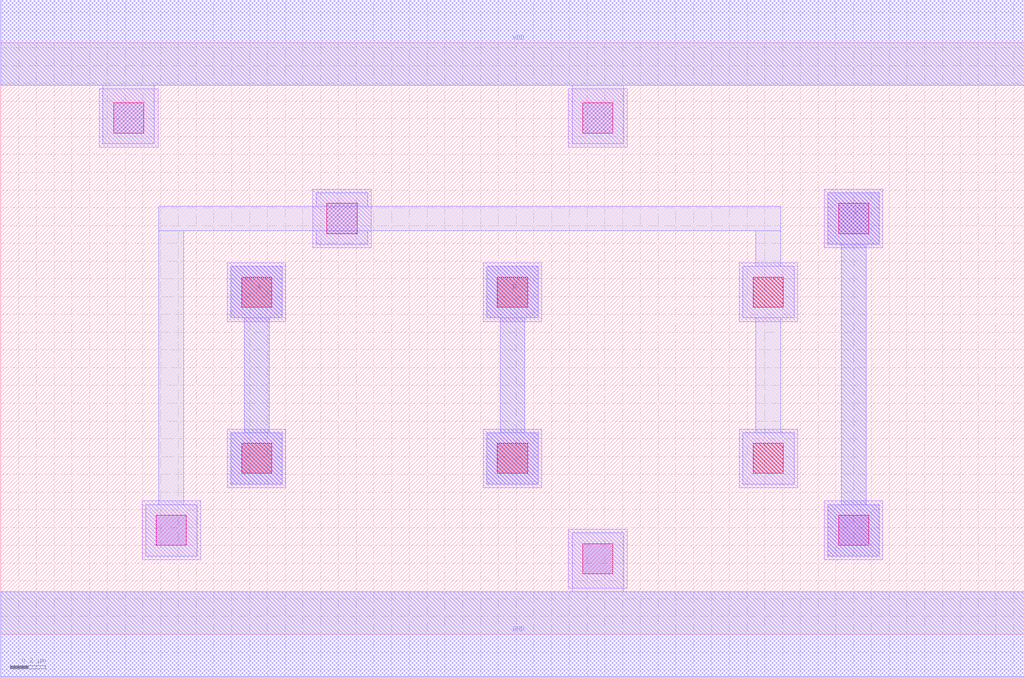
<source format=lef>
MACRO AND2X2
 CLASS CORE ;
 FOREIGN AND2X2 0 0 ;
 SIZE 5.76 BY 3.33 ;
 ORIGIN 0 0 ;
 SYMMETRY X Y R90 ;
 SITE unit ;
  PIN VDD
   DIRECTION INOUT ;
   USE POWER ;
   SHAPE ABUTMENT ;
    PORT
     CLASS CORE ;
       LAYER met1 ;
        RECT 0.00000000 3.09000000 5.76000000 3.57000000 ;
    END
  END VDD

  PIN GND
   DIRECTION INOUT ;
   USE POWER ;
   SHAPE ABUTMENT ;
    PORT
     CLASS CORE ;
       LAYER met1 ;
        RECT 0.00000000 -0.24000000 5.76000000 0.24000000 ;
    END
  END GND

  PIN Y
   DIRECTION INOUT ;
   USE SIGNAL ;
   SHAPE ABUTMENT ;
    PORT
     CLASS CORE ;
       LAYER met1 ;
        RECT 4.65500000 0.44000000 4.94500000 0.73000000 ;
        RECT 4.73000000 0.73000000 4.87000000 2.19500000 ;
        RECT 4.65500000 2.19500000 4.94500000 2.48500000 ;
    END
  END Y

  PIN A
   DIRECTION INOUT ;
   USE SIGNAL ;
   SHAPE ABUTMENT ;
    PORT
     CLASS CORE ;
       LAYER met1 ;
        RECT 1.29500000 0.84500000 1.58500000 1.13500000 ;
        RECT 1.37000000 1.13500000 1.51000000 1.78000000 ;
        RECT 1.29500000 1.78000000 1.58500000 2.07000000 ;
    END
  END A

  PIN B
   DIRECTION INOUT ;
   USE SIGNAL ;
   SHAPE ABUTMENT ;
    PORT
     CLASS CORE ;
       LAYER met1 ;
        RECT 2.73500000 0.84500000 3.02500000 1.13500000 ;
        RECT 2.81000000 1.13500000 2.95000000 1.78000000 ;
        RECT 2.73500000 1.78000000 3.02500000 2.07000000 ;
    END
  END B

 OBS
    LAYER polycont ;
     RECT 1.35500000 0.90500000 1.52500000 1.07500000 ;
     RECT 2.79500000 0.90500000 2.96500000 1.07500000 ;
     RECT 4.23500000 0.90500000 4.40500000 1.07500000 ;
     RECT 1.35500000 1.84000000 1.52500000 2.01000000 ;
     RECT 2.79500000 1.84000000 2.96500000 2.01000000 ;
     RECT 4.23500000 1.84000000 4.40500000 2.01000000 ;

    LAYER pdiffc ;
     RECT 1.83500000 2.25500000 2.00500000 2.42500000 ;
     RECT 4.71500000 2.25500000 4.88500000 2.42500000 ;
     RECT 0.63500000 2.82000000 0.80500000 2.99000000 ;
     RECT 3.27500000 2.82000000 3.44500000 2.99000000 ;

    LAYER ndiffc ;
     RECT 3.27500000 0.34000000 3.44500000 0.51000000 ;
     RECT 0.87500000 0.50000000 1.04500000 0.67000000 ;
     RECT 4.71500000 0.50000000 4.88500000 0.67000000 ;

    LAYER li1 ;
     RECT 3.19500000 0.26000000 3.52500000 0.59000000 ;
     RECT 0.79500000 0.42000000 1.12500000 0.75000000 ;
     RECT 4.63500000 0.42000000 4.96500000 0.75000000 ;
     RECT 1.27500000 0.82500000 1.60500000 1.15500000 ;
     RECT 2.71500000 0.82500000 3.04500000 1.15500000 ;
     RECT 4.15500000 0.82500000 4.48500000 1.15500000 ;
     RECT 1.27500000 1.76000000 1.60500000 2.09000000 ;
     RECT 2.71500000 1.76000000 3.04500000 2.09000000 ;
     RECT 4.15500000 1.76000000 4.48500000 2.09000000 ;
     RECT 1.75500000 2.17500000 2.08500000 2.50500000 ;
     RECT 4.63500000 2.17500000 4.96500000 2.50500000 ;
     RECT 0.55500000 2.74000000 0.88500000 3.07000000 ;
     RECT 3.19500000 2.74000000 3.52500000 3.07000000 ;

    LAYER viali ;
     RECT 3.27500000 0.34000000 3.44500000 0.51000000 ;
     RECT 0.87500000 0.50000000 1.04500000 0.67000000 ;
     RECT 4.71500000 0.50000000 4.88500000 0.67000000 ;
     RECT 1.35500000 0.90500000 1.52500000 1.07500000 ;
     RECT 2.79500000 0.90500000 2.96500000 1.07500000 ;
     RECT 4.23500000 0.90500000 4.40500000 1.07500000 ;
     RECT 1.35500000 1.84000000 1.52500000 2.01000000 ;
     RECT 2.79500000 1.84000000 2.96500000 2.01000000 ;
     RECT 4.23500000 1.84000000 4.40500000 2.01000000 ;
     RECT 1.83500000 2.25500000 2.00500000 2.42500000 ;
     RECT 4.71500000 2.25500000 4.88500000 2.42500000 ;
     RECT 0.63500000 2.82000000 0.80500000 2.99000000 ;
     RECT 3.27500000 2.82000000 3.44500000 2.99000000 ;

    LAYER met1 ;
     RECT 0.00000000 -0.24000000 5.76000000 0.24000000 ;
     RECT 3.21500000 0.24000000 3.50500000 0.57000000 ;
     RECT 1.29500000 0.84500000 1.58500000 1.13500000 ;
     RECT 1.37000000 1.13500000 1.51000000 1.78000000 ;
     RECT 1.29500000 1.78000000 1.58500000 2.07000000 ;
     RECT 2.73500000 0.84500000 3.02500000 1.13500000 ;
     RECT 2.81000000 1.13500000 2.95000000 1.78000000 ;
     RECT 2.73500000 1.78000000 3.02500000 2.07000000 ;
     RECT 0.81500000 0.44000000 1.10500000 0.73000000 ;
     RECT 4.17500000 0.84500000 4.46500000 1.13500000 ;
     RECT 4.25000000 1.13500000 4.39000000 1.78000000 ;
     RECT 4.17500000 1.78000000 4.46500000 2.07000000 ;
     RECT 0.89000000 0.73000000 1.03000000 2.27000000 ;
     RECT 1.77500000 2.19500000 2.06500000 2.27000000 ;
     RECT 4.25000000 2.07000000 4.39000000 2.27000000 ;
     RECT 0.89000000 2.27000000 4.39000000 2.41000000 ;
     RECT 1.77500000 2.41000000 2.06500000 2.48500000 ;
     RECT 4.65500000 0.44000000 4.94500000 0.73000000 ;
     RECT 4.73000000 0.73000000 4.87000000 2.19500000 ;
     RECT 4.65500000 2.19500000 4.94500000 2.48500000 ;
     RECT 0.57500000 2.76000000 0.86500000 3.09000000 ;
     RECT 3.21500000 2.76000000 3.50500000 3.09000000 ;
     RECT 0.00000000 3.09000000 5.76000000 3.57000000 ;

 END
END AND2X2

</source>
